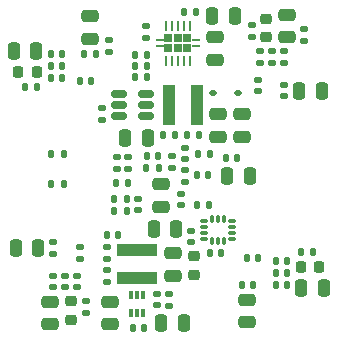
<source format=gbr>
%TF.GenerationSoftware,KiCad,Pcbnew,7.0.6*%
%TF.CreationDate,2023-07-24T08:09:00-07:00*%
%TF.ProjectId,minidrone,6d696e69-6472-46f6-9e65-2e6b69636164,rev?*%
%TF.SameCoordinates,Original*%
%TF.FileFunction,Paste,Bot*%
%TF.FilePolarity,Positive*%
%FSLAX46Y46*%
G04 Gerber Fmt 4.6, Leading zero omitted, Abs format (unit mm)*
G04 Created by KiCad (PCBNEW 7.0.6) date 2023-07-24 08:09:00*
%MOMM*%
%LPD*%
G01*
G04 APERTURE LIST*
G04 Aperture macros list*
%AMRoundRect*
0 Rectangle with rounded corners*
0 $1 Rounding radius*
0 $2 $3 $4 $5 $6 $7 $8 $9 X,Y pos of 4 corners*
0 Add a 4 corners polygon primitive as box body*
4,1,4,$2,$3,$4,$5,$6,$7,$8,$9,$2,$3,0*
0 Add four circle primitives for the rounded corners*
1,1,$1+$1,$2,$3*
1,1,$1+$1,$4,$5*
1,1,$1+$1,$6,$7*
1,1,$1+$1,$8,$9*
0 Add four rect primitives between the rounded corners*
20,1,$1+$1,$2,$3,$4,$5,0*
20,1,$1+$1,$4,$5,$6,$7,0*
20,1,$1+$1,$6,$7,$8,$9,0*
20,1,$1+$1,$8,$9,$2,$3,0*%
G04 Aperture macros list end*
%ADD10R,3.400000X0.980000*%
%ADD11RoundRect,0.087500X0.225000X0.087500X-0.225000X0.087500X-0.225000X-0.087500X0.225000X-0.087500X0*%
%ADD12RoundRect,0.087500X0.087500X0.225000X-0.087500X0.225000X-0.087500X-0.225000X0.087500X-0.225000X0*%
%ADD13R,0.640000X0.640000*%
%ADD14R,0.280000X0.850000*%
%ADD15R,0.700000X0.280000*%
%ADD16RoundRect,0.150000X0.512500X0.150000X-0.512500X0.150000X-0.512500X-0.150000X0.512500X-0.150000X0*%
%ADD17R,0.340000X0.700000*%
%ADD18RoundRect,0.135000X0.135000X0.185000X-0.135000X0.185000X-0.135000X-0.185000X0.135000X-0.185000X0*%
%ADD19RoundRect,0.135000X-0.135000X-0.185000X0.135000X-0.185000X0.135000X0.185000X-0.135000X0.185000X0*%
%ADD20RoundRect,0.135000X-0.185000X0.135000X-0.185000X-0.135000X0.185000X-0.135000X0.185000X0.135000X0*%
%ADD21RoundRect,0.135000X0.185000X-0.135000X0.185000X0.135000X-0.185000X0.135000X-0.185000X-0.135000X0*%
%ADD22R,0.980000X3.400000*%
%ADD23RoundRect,0.112500X0.187500X0.112500X-0.187500X0.112500X-0.187500X-0.112500X0.187500X-0.112500X0*%
%ADD24RoundRect,0.140000X-0.170000X0.140000X-0.170000X-0.140000X0.170000X-0.140000X0.170000X0.140000X0*%
%ADD25RoundRect,0.225000X0.250000X-0.225000X0.250000X0.225000X-0.250000X0.225000X-0.250000X-0.225000X0*%
%ADD26RoundRect,0.140000X0.140000X0.170000X-0.140000X0.170000X-0.140000X-0.170000X0.140000X-0.170000X0*%
%ADD27RoundRect,0.250000X-0.250000X-0.475000X0.250000X-0.475000X0.250000X0.475000X-0.250000X0.475000X0*%
%ADD28RoundRect,0.250000X0.475000X-0.250000X0.475000X0.250000X-0.475000X0.250000X-0.475000X-0.250000X0*%
%ADD29RoundRect,0.250000X-0.475000X0.250000X-0.475000X-0.250000X0.475000X-0.250000X0.475000X0.250000X0*%
%ADD30RoundRect,0.140000X0.170000X-0.140000X0.170000X0.140000X-0.170000X0.140000X-0.170000X-0.140000X0*%
%ADD31RoundRect,0.140000X-0.140000X-0.170000X0.140000X-0.170000X0.140000X0.170000X-0.140000X0.170000X0*%
%ADD32RoundRect,0.225000X-0.225000X-0.250000X0.225000X-0.250000X0.225000X0.250000X-0.225000X0.250000X0*%
%ADD33RoundRect,0.250000X0.250000X0.475000X-0.250000X0.475000X-0.250000X-0.475000X0.250000X-0.475000X0*%
%ADD34RoundRect,0.225000X0.225000X0.250000X-0.225000X0.250000X-0.225000X-0.250000X0.225000X-0.250000X0*%
%ADD35RoundRect,0.225000X-0.250000X0.225000X-0.250000X-0.225000X0.250000X-0.225000X0.250000X0.225000X0*%
G04 APERTURE END LIST*
D10*
%TO.C,L2*%
X144311900Y-76381800D03*
X144311900Y-74011800D03*
%TD*%
D11*
%TO.C,U14*%
X152320900Y-71529800D03*
X152320900Y-72029800D03*
X152320900Y-72529800D03*
X152320900Y-73029800D03*
D12*
X151658400Y-73192300D03*
X151158400Y-73192300D03*
X150658400Y-73192300D03*
D11*
X149995900Y-73029800D03*
X149995900Y-72529800D03*
X149995900Y-72029800D03*
X149995900Y-71529800D03*
D12*
X150658400Y-71367300D03*
X151158400Y-71367300D03*
X151658400Y-71367300D03*
%TD*%
D13*
%TO.C,U12*%
X148541300Y-56078700D03*
X148541300Y-56903700D03*
X147741300Y-56078700D03*
X146941300Y-56903700D03*
X147741300Y-56903700D03*
X146941300Y-56078700D03*
D14*
X148741300Y-57966200D03*
X148241300Y-57966200D03*
X147741300Y-57966200D03*
X147241300Y-57966200D03*
X146741300Y-57966200D03*
X146741300Y-55016200D03*
X147241300Y-55016200D03*
X147741300Y-55016200D03*
X148241300Y-55016200D03*
X148741300Y-55016200D03*
D15*
X146191300Y-56741200D03*
X149291300Y-56741200D03*
X146191300Y-56241200D03*
X149291300Y-56241200D03*
%TD*%
D16*
%TO.C,U11*%
X142776400Y-60772200D03*
X142776400Y-61722200D03*
X142776400Y-62672200D03*
X145051400Y-62672200D03*
X145051400Y-61722200D03*
X145051400Y-60772200D03*
%TD*%
D17*
%TO.C,U10*%
X143811900Y-77821800D03*
X144311900Y-77821800D03*
X144811900Y-77821800D03*
X144811900Y-79321800D03*
X144311900Y-79321800D03*
X143811900Y-79321800D03*
%TD*%
D18*
%TO.C,R35*%
X144079700Y-57442100D03*
X145099700Y-57442100D03*
%TD*%
D19*
%TO.C,R33*%
X149427200Y-65830100D03*
X150447200Y-65830100D03*
%TD*%
D20*
%TO.C,R32*%
X141899300Y-57192100D03*
X141899300Y-56172100D03*
%TD*%
%TO.C,R31*%
X158451200Y-56289600D03*
X158451200Y-55269600D03*
%TD*%
D21*
%TO.C,R29*%
X148313600Y-68277400D03*
X148313600Y-67257400D03*
%TD*%
D19*
%TO.C,R25*%
X149376400Y-70224300D03*
X150396400Y-70224300D03*
%TD*%
%TO.C,R23*%
X142377000Y-70661000D03*
X143397000Y-70661000D03*
%TD*%
D18*
%TO.C,R22*%
X143397000Y-69645000D03*
X142377000Y-69645000D03*
%TD*%
D21*
%TO.C,R21*%
X146978900Y-78714800D03*
X146978900Y-77694800D03*
%TD*%
D18*
%TO.C,R20*%
X144079700Y-58407300D03*
X145099700Y-58407300D03*
%TD*%
D21*
%TO.C,R19*%
X145040000Y-56039600D03*
X145040000Y-55019600D03*
%TD*%
D19*
%TO.C,R18*%
X145099700Y-59372500D03*
X144079700Y-59372500D03*
%TD*%
D18*
%TO.C,R17*%
X149261300Y-53847800D03*
X148241300Y-53847800D03*
%TD*%
%TO.C,R16*%
X146449900Y-64262200D03*
X147469900Y-64262200D03*
%TD*%
%TO.C,R15*%
X148481900Y-64262200D03*
X149501900Y-64262200D03*
%TD*%
%TO.C,R12*%
X135804800Y-60150800D03*
X134784800Y-60150800D03*
%TD*%
D20*
%TO.C,R11*%
X139960400Y-79346400D03*
X139960400Y-78326400D03*
%TD*%
D19*
%TO.C,R10*%
X158136000Y-74170800D03*
X159156000Y-74170800D03*
%TD*%
D21*
%TO.C,R9*%
X153980400Y-54975200D03*
X153980400Y-55995200D03*
%TD*%
D18*
%TO.C,R8*%
X138063000Y-68435800D03*
X137043000Y-68435800D03*
%TD*%
%TO.C,R7*%
X138063000Y-65895800D03*
X137043000Y-65895800D03*
%TD*%
D19*
%TO.C,R6*%
X142512900Y-68293900D03*
X143532900Y-68293900D03*
%TD*%
D21*
%TO.C,R5*%
X142568000Y-67155600D03*
X142568000Y-66135600D03*
%TD*%
D20*
%TO.C,R4*%
X141771900Y-73753800D03*
X141771900Y-74773800D03*
%TD*%
%TO.C,R3*%
X141771900Y-75658800D03*
X141771900Y-76678800D03*
%TD*%
D22*
%TO.C,L1*%
X146961900Y-61722200D03*
X149331900Y-61722200D03*
%TD*%
D18*
%TO.C,FB1*%
X146106800Y-67049300D03*
X145086800Y-67049300D03*
%TD*%
D23*
%TO.C,D1*%
X150695700Y-60731600D03*
X152795700Y-60731600D03*
%TD*%
D24*
%TO.C,C61*%
X148872400Y-72360500D03*
X148872400Y-73320500D03*
%TD*%
D25*
%TO.C,C60*%
X149126400Y-76079300D03*
X149126400Y-74529300D03*
%TD*%
D26*
%TO.C,C59*%
X151384400Y-74288300D03*
X150424400Y-74288300D03*
%TD*%
D27*
%TO.C,C55*%
X150652900Y-54203400D03*
X152552900Y-54203400D03*
%TD*%
D28*
%TO.C,C54*%
X150890900Y-55968900D03*
X150890900Y-57868900D03*
%TD*%
D29*
%TO.C,C53*%
X153176700Y-64414600D03*
X153176700Y-62514600D03*
%TD*%
%TO.C,C52*%
X151144700Y-64414600D03*
X151144700Y-62514600D03*
%TD*%
D30*
%TO.C,C51*%
X141348500Y-62001600D03*
X141348500Y-62961600D03*
%TD*%
D27*
%TO.C,C50*%
X143278900Y-64516200D03*
X145178900Y-64516200D03*
%TD*%
D28*
%TO.C,C49*%
X146343900Y-70313600D03*
X146343900Y-68413600D03*
%TD*%
D24*
%TO.C,C48*%
X143533200Y-66144800D03*
X143533200Y-67104800D03*
%TD*%
D26*
%TO.C,C47*%
X150323200Y-67668800D03*
X149363200Y-67668800D03*
%TD*%
D31*
%TO.C,C46*%
X145124700Y-66046400D03*
X146084700Y-66046400D03*
%TD*%
D24*
%TO.C,C45*%
X148313600Y-65322100D03*
X148313600Y-66282100D03*
%TD*%
D30*
%TO.C,C44*%
X144370400Y-70598300D03*
X144370400Y-69638300D03*
%TD*%
D31*
%TO.C,C43*%
X151804900Y-66179800D03*
X152764900Y-66179800D03*
%TD*%
D24*
%TO.C,C42*%
X147224400Y-66048400D03*
X147224400Y-67008400D03*
%TD*%
D30*
%TO.C,C41*%
X147970400Y-70186700D03*
X147970400Y-69226700D03*
%TD*%
D27*
%TO.C,C40*%
X151931900Y-67703800D03*
X153831900Y-67703800D03*
%TD*%
%TO.C,C39*%
X145713900Y-72233800D03*
X147613900Y-72233800D03*
%TD*%
D29*
%TO.C,C38*%
X147359900Y-74265800D03*
X147359900Y-76165800D03*
%TD*%
D26*
%TO.C,C37*%
X142660900Y-72741800D03*
X141700900Y-72741800D03*
%TD*%
D27*
%TO.C,C36*%
X146343900Y-80149800D03*
X148243900Y-80149800D03*
%TD*%
D31*
%TO.C,C35*%
X144890900Y-80615800D03*
X143930900Y-80615800D03*
%TD*%
D28*
%TO.C,C34*%
X142025900Y-80276800D03*
X142025900Y-78376800D03*
%TD*%
D30*
%TO.C,C33*%
X145962900Y-78654800D03*
X145962900Y-77694800D03*
%TD*%
D26*
%TO.C,C32*%
X137928400Y-58404800D03*
X136968400Y-58404800D03*
%TD*%
%TO.C,C31*%
X137928399Y-57388800D03*
X136968399Y-57388800D03*
%TD*%
D28*
%TO.C,C30*%
X140341400Y-56118800D03*
X140341400Y-54218800D03*
%TD*%
D27*
%TO.C,C29*%
X133864400Y-57134801D03*
X135764400Y-57134801D03*
%TD*%
D32*
%TO.C,C28*%
X134245400Y-58912800D03*
X135795400Y-58912800D03*
%TD*%
D26*
%TO.C,C27*%
X140793400Y-57388800D03*
X139833400Y-57388800D03*
%TD*%
%TO.C,C26*%
X137928400Y-59420800D03*
X136968400Y-59420800D03*
%TD*%
%TO.C,C25*%
X140376800Y-59642799D03*
X139416800Y-59642799D03*
%TD*%
D24*
%TO.C,C24*%
X138214400Y-77162800D03*
X138214400Y-76202800D03*
%TD*%
%TO.C,C23*%
X137198400Y-77162801D03*
X137198400Y-76202801D03*
%TD*%
D33*
%TO.C,C22*%
X134028400Y-73789800D03*
X135928400Y-73789800D03*
%TD*%
D28*
%TO.C,C21*%
X136944401Y-78366800D03*
X136944401Y-80266800D03*
%TD*%
D25*
%TO.C,C20*%
X138722400Y-78335800D03*
X138722400Y-79885800D03*
%TD*%
D24*
%TO.C,C19*%
X137198400Y-74297800D03*
X137198400Y-73337800D03*
%TD*%
%TO.C,C18*%
X139230400Y-77162800D03*
X139230400Y-76202800D03*
%TD*%
%TO.C,C17*%
X139452399Y-74714400D03*
X139452399Y-73754400D03*
%TD*%
D31*
%TO.C,C16*%
X156012400Y-75916800D03*
X156972400Y-75916800D03*
%TD*%
%TO.C,C15*%
X156012401Y-76932800D03*
X156972401Y-76932800D03*
%TD*%
D29*
%TO.C,C14*%
X153599400Y-78202800D03*
X153599400Y-80102800D03*
%TD*%
D33*
%TO.C,C13*%
X160076400Y-77186799D03*
X158176400Y-77186799D03*
%TD*%
D34*
%TO.C,C12*%
X159695400Y-75408800D03*
X158145400Y-75408800D03*
%TD*%
D31*
%TO.C,C11*%
X153147400Y-76932800D03*
X154107400Y-76932800D03*
%TD*%
%TO.C,C10*%
X156012400Y-74900800D03*
X156972400Y-74900800D03*
%TD*%
%TO.C,C9*%
X153564000Y-74678801D03*
X154524000Y-74678801D03*
%TD*%
D30*
%TO.C,C8*%
X154488400Y-59607200D03*
X154488400Y-60567200D03*
%TD*%
%TO.C,C7*%
X154710400Y-57158800D03*
X154710400Y-58118800D03*
%TD*%
%TO.C,C6*%
X156742400Y-60023800D03*
X156742400Y-60983800D03*
%TD*%
D35*
%TO.C,C5*%
X155218400Y-55985800D03*
X155218400Y-54435800D03*
%TD*%
D30*
%TO.C,C4*%
X155726400Y-57158800D03*
X155726400Y-58118800D03*
%TD*%
D27*
%TO.C,C3*%
X159912400Y-60531800D03*
X158012400Y-60531800D03*
%TD*%
D30*
%TO.C,C2*%
X156742400Y-57158800D03*
X156742400Y-58118800D03*
%TD*%
D29*
%TO.C,C1*%
X156996400Y-54054800D03*
X156996400Y-55954800D03*
%TD*%
M02*

</source>
